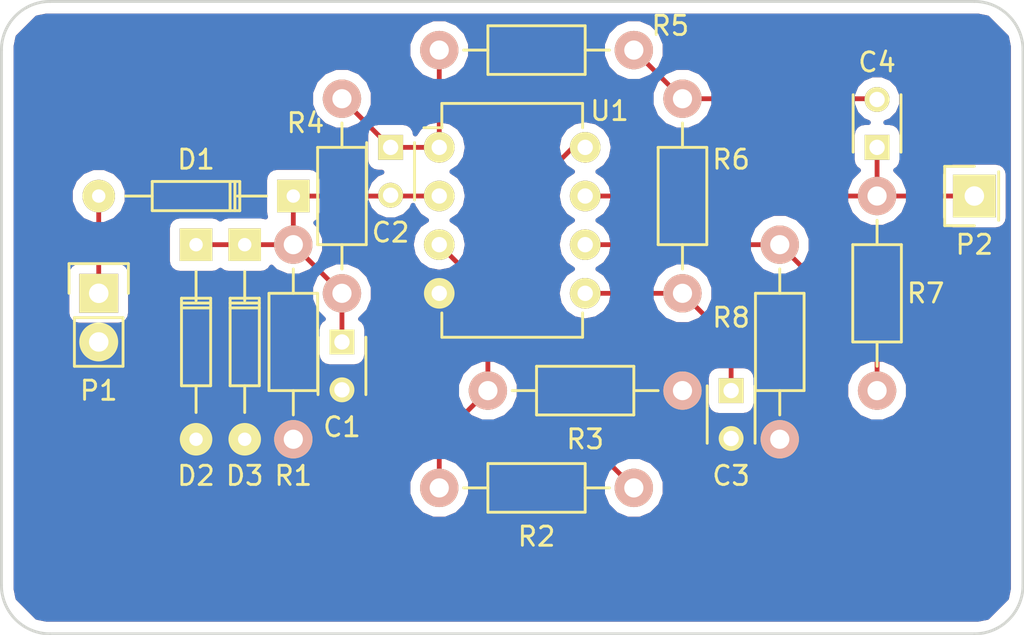
<source format=kicad_pcb>
(kicad_pcb (version 4) (host pcbnew 4.0.1-stable)

  (general
    (links 31)
    (no_connects 0)
    (area 76.124999 63.424999 129.615001 96.595001)
    (thickness 1.6)
    (drawings 8)
    (tracks 35)
    (zones 0)
    (modules 18)
    (nets 11)
  )

  (page A4)
  (layers
    (0 F.Cu signal)
    (31 B.Cu signal)
    (32 B.Adhes user hide)
    (33 F.Adhes user hide)
    (34 B.Paste user hide)
    (35 F.Paste user hide)
    (36 B.SilkS user hide)
    (37 F.SilkS user)
    (38 B.Mask user)
    (39 F.Mask user)
    (40 Dwgs.User user hide)
    (41 Cmts.User user hide)
    (42 Eco1.User user hide)
    (43 Eco2.User user hide)
    (44 Edge.Cuts user)
    (45 Margin user hide)
    (46 B.CrtYd user hide)
    (47 F.CrtYd user hide)
    (48 B.Fab user hide)
    (49 F.Fab user hide)
  )

  (setup
    (last_trace_width 0.25)
    (trace_clearance 0.2)
    (zone_clearance 0.508)
    (zone_45_only no)
    (trace_min 0.2)
    (segment_width 0.2)
    (edge_width 0.15)
    (via_size 0.6)
    (via_drill 0.4)
    (via_min_size 0.4)
    (via_min_drill 0.3)
    (uvia_size 0.3)
    (uvia_drill 0.1)
    (uvias_allowed no)
    (uvia_min_size 0.2)
    (uvia_min_drill 0.1)
    (pcb_text_width 0.3)
    (pcb_text_size 1.5 1.5)
    (mod_edge_width 0.15)
    (mod_text_size 1 1)
    (mod_text_width 0.15)
    (pad_size 1.524 1.524)
    (pad_drill 0.762)
    (pad_to_mask_clearance 0.2)
    (aux_axis_origin 0 0)
    (visible_elements FFFEFF7F)
    (pcbplotparams
      (layerselection 0x00030_80000001)
      (usegerberextensions false)
      (excludeedgelayer true)
      (linewidth 0.100000)
      (plotframeref false)
      (viasonmask false)
      (mode 1)
      (useauxorigin false)
      (hpglpennumber 1)
      (hpglpenspeed 20)
      (hpglpendiameter 15)
      (hpglpenoverlay 2)
      (psnegative false)
      (psa4output false)
      (plotreference true)
      (plotvalue true)
      (plotinvisibletext false)
      (padsonsilk false)
      (subtractmaskfromsilk false)
      (outputformat 1)
      (mirror false)
      (drillshape 1)
      (scaleselection 1)
      (outputdirectory ""))
  )

  (net 0 "")
  (net 1 "Net-(C1-Pad1)")
  (net 2 "Net-(C1-Pad2)")
  (net 3 "Net-(C2-Pad1)")
  (net 4 "Net-(C3-Pad1)")
  (net 5 "Net-(C4-Pad1)")
  (net 6 "Net-(C4-Pad2)")
  (net 7 "Net-(D1-Pad2)")
  (net 8 +3V3)
  (net 9 "Net-(R2-Pad2)")
  (net 10 "Net-(R7-Pad2)")

  (net_class Default "This is the default net class."
    (clearance 0.2)
    (trace_width 0.25)
    (via_dia 0.6)
    (via_drill 0.4)
    (uvia_dia 0.3)
    (uvia_drill 0.1)
    (add_net +3V3)
    (add_net "Net-(C1-Pad1)")
    (add_net "Net-(C1-Pad2)")
    (add_net "Net-(C2-Pad1)")
    (add_net "Net-(C3-Pad1)")
    (add_net "Net-(C4-Pad1)")
    (add_net "Net-(C4-Pad2)")
    (add_net "Net-(D1-Pad2)")
    (add_net "Net-(R2-Pad2)")
    (add_net "Net-(R7-Pad2)")
  )

  (module Capacitors_ThroughHole:C_Disc_D3_P2.5 (layer F.Cu) (tedit 568D99A5) (tstamp 568D8B6B)
    (at 93.98 81.28 270)
    (descr "Capacitor 3mm Disc, Pitch 2.5mm")
    (tags Capacitor)
    (path /568C5DEC)
    (fp_text reference C1 (at 4.445 0 360) (layer F.SilkS)
      (effects (font (size 1 1) (thickness 0.15)))
    )
    (fp_text value C (at 1.25 2.5 270) (layer F.Fab)
      (effects (font (size 1 1) (thickness 0.15)))
    )
    (fp_line (start -0.9 -1.5) (end 3.4 -1.5) (layer F.CrtYd) (width 0.05))
    (fp_line (start 3.4 -1.5) (end 3.4 1.5) (layer F.CrtYd) (width 0.05))
    (fp_line (start 3.4 1.5) (end -0.9 1.5) (layer F.CrtYd) (width 0.05))
    (fp_line (start -0.9 1.5) (end -0.9 -1.5) (layer F.CrtYd) (width 0.05))
    (fp_line (start -0.25 -1.25) (end 2.75 -1.25) (layer F.SilkS) (width 0.15))
    (fp_line (start 2.75 1.25) (end -0.25 1.25) (layer F.SilkS) (width 0.15))
    (pad 1 thru_hole rect (at 0 0 270) (size 1.3 1.3) (drill 0.8) (layers *.Cu *.Mask F.SilkS)
      (net 1 "Net-(C1-Pad1)"))
    (pad 2 thru_hole circle (at 2.5 0 270) (size 1.3 1.3) (drill 0.8001) (layers *.Cu *.Mask F.SilkS)
      (net 2 "Net-(C1-Pad2)"))
    (model Capacitors_ThroughHole.3dshapes/C_Disc_D3_P2.5.wrl
      (at (xyz 0.0492126 0 0))
      (scale (xyz 1 1 1))
      (rotate (xyz 0 0 0))
    )
  )

  (module Capacitors_ThroughHole:C_Disc_D3_P2.5 (layer F.Cu) (tedit 568D999E) (tstamp 568D8B71)
    (at 96.52 71.12 270)
    (descr "Capacitor 3mm Disc, Pitch 2.5mm")
    (tags Capacitor)
    (path /568C6095)
    (fp_text reference C2 (at 4.445 0 360) (layer F.SilkS)
      (effects (font (size 1 1) (thickness 0.15)))
    )
    (fp_text value C (at 1.25 2.5 270) (layer F.Fab)
      (effects (font (size 1 1) (thickness 0.15)))
    )
    (fp_line (start -0.9 -1.5) (end 3.4 -1.5) (layer F.CrtYd) (width 0.05))
    (fp_line (start 3.4 -1.5) (end 3.4 1.5) (layer F.CrtYd) (width 0.05))
    (fp_line (start 3.4 1.5) (end -0.9 1.5) (layer F.CrtYd) (width 0.05))
    (fp_line (start -0.9 1.5) (end -0.9 -1.5) (layer F.CrtYd) (width 0.05))
    (fp_line (start -0.25 -1.25) (end 2.75 -1.25) (layer F.SilkS) (width 0.15))
    (fp_line (start 2.75 1.25) (end -0.25 1.25) (layer F.SilkS) (width 0.15))
    (pad 1 thru_hole rect (at 0 0 270) (size 1.3 1.3) (drill 0.8) (layers *.Cu *.Mask F.SilkS)
      (net 3 "Net-(C2-Pad1)"))
    (pad 2 thru_hole circle (at 2.5 0 270) (size 1.3 1.3) (drill 0.8001) (layers *.Cu *.Mask F.SilkS)
      (net 1 "Net-(C1-Pad1)"))
    (model Capacitors_ThroughHole.3dshapes/C_Disc_D3_P2.5.wrl
      (at (xyz 0.0492126 0 0))
      (scale (xyz 1 1 1))
      (rotate (xyz 0 0 0))
    )
  )

  (module Capacitors_ThroughHole:C_Disc_D3_P2.5 (layer F.Cu) (tedit 568D9949) (tstamp 568D8B77)
    (at 114.3 83.82 270)
    (descr "Capacitor 3mm Disc, Pitch 2.5mm")
    (tags Capacitor)
    (path /568C636B)
    (fp_text reference C3 (at 4.445 0 360) (layer F.SilkS)
      (effects (font (size 1 1) (thickness 0.15)))
    )
    (fp_text value C (at 1.25 2.5 270) (layer F.Fab)
      (effects (font (size 1 1) (thickness 0.15)))
    )
    (fp_line (start -0.9 -1.5) (end 3.4 -1.5) (layer F.CrtYd) (width 0.05))
    (fp_line (start 3.4 -1.5) (end 3.4 1.5) (layer F.CrtYd) (width 0.05))
    (fp_line (start 3.4 1.5) (end -0.9 1.5) (layer F.CrtYd) (width 0.05))
    (fp_line (start -0.9 1.5) (end -0.9 -1.5) (layer F.CrtYd) (width 0.05))
    (fp_line (start -0.25 -1.25) (end 2.75 -1.25) (layer F.SilkS) (width 0.15))
    (fp_line (start 2.75 1.25) (end -0.25 1.25) (layer F.SilkS) (width 0.15))
    (pad 1 thru_hole rect (at 0 0 270) (size 1.3 1.3) (drill 0.8) (layers *.Cu *.Mask F.SilkS)
      (net 4 "Net-(C3-Pad1)"))
    (pad 2 thru_hole circle (at 2.5 0 270) (size 1.3 1.3) (drill 0.8001) (layers *.Cu *.Mask F.SilkS)
      (net 2 "Net-(C1-Pad2)"))
    (model Capacitors_ThroughHole.3dshapes/C_Disc_D3_P2.5.wrl
      (at (xyz 0.0492126 0 0))
      (scale (xyz 1 1 1))
      (rotate (xyz 0 0 0))
    )
  )

  (module Capacitors_ThroughHole:C_Disc_D3_P2.5 (layer F.Cu) (tedit 568D9968) (tstamp 568D8B7D)
    (at 121.92 71.12 90)
    (descr "Capacitor 3mm Disc, Pitch 2.5mm")
    (tags Capacitor)
    (path /568C63DD)
    (fp_text reference C4 (at 4.445 0 180) (layer F.SilkS)
      (effects (font (size 1 1) (thickness 0.15)))
    )
    (fp_text value C (at 1.25 2.5 180) (layer F.Fab)
      (effects (font (size 1 1) (thickness 0.15)))
    )
    (fp_line (start -0.9 -1.5) (end 3.4 -1.5) (layer F.CrtYd) (width 0.05))
    (fp_line (start 3.4 -1.5) (end 3.4 1.5) (layer F.CrtYd) (width 0.05))
    (fp_line (start 3.4 1.5) (end -0.9 1.5) (layer F.CrtYd) (width 0.05))
    (fp_line (start -0.9 1.5) (end -0.9 -1.5) (layer F.CrtYd) (width 0.05))
    (fp_line (start -0.25 -1.25) (end 2.75 -1.25) (layer F.SilkS) (width 0.15))
    (fp_line (start 2.75 1.25) (end -0.25 1.25) (layer F.SilkS) (width 0.15))
    (pad 1 thru_hole rect (at 0 0 90) (size 1.3 1.3) (drill 0.8) (layers *.Cu *.Mask F.SilkS)
      (net 5 "Net-(C4-Pad1)"))
    (pad 2 thru_hole circle (at 2.5 0 90) (size 1.3 1.3) (drill 0.8001) (layers *.Cu *.Mask F.SilkS)
      (net 6 "Net-(C4-Pad2)"))
    (model Capacitors_ThroughHole.3dshapes/C_Disc_D3_P2.5.wrl
      (at (xyz 0.0492126 0 0))
      (scale (xyz 1 1 1))
      (rotate (xyz 0 0 0))
    )
  )

  (module Diodes_ThroughHole:Diode_DO-35_SOD27_Horizontal_RM10 (layer F.Cu) (tedit 568D98FF) (tstamp 568D8B83)
    (at 91.44 73.66 180)
    (descr "Diode, DO-35,  SOD27, Horizontal, RM 10mm")
    (tags "Diode, DO-35, SOD27, Horizontal, RM 10mm, 1N4148,")
    (path /568C5CDB)
    (fp_text reference D1 (at 5.08 1.905 180) (layer F.SilkS)
      (effects (font (size 1 1) (thickness 0.15)))
    )
    (fp_text value D_Schottky (at 4.41452 -3.55854 180) (layer F.Fab)
      (effects (font (size 1 1) (thickness 0.15)))
    )
    (fp_line (start 7.36652 -0.00254) (end 8.76352 -0.00254) (layer F.SilkS) (width 0.15))
    (fp_line (start 2.92152 -0.00254) (end 1.39752 -0.00254) (layer F.SilkS) (width 0.15))
    (fp_line (start 3.30252 -0.76454) (end 3.30252 0.75946) (layer F.SilkS) (width 0.15))
    (fp_line (start 3.04852 -0.76454) (end 3.04852 0.75946) (layer F.SilkS) (width 0.15))
    (fp_line (start 2.79452 -0.00254) (end 2.79452 0.75946) (layer F.SilkS) (width 0.15))
    (fp_line (start 2.79452 0.75946) (end 7.36652 0.75946) (layer F.SilkS) (width 0.15))
    (fp_line (start 7.36652 0.75946) (end 7.36652 -0.76454) (layer F.SilkS) (width 0.15))
    (fp_line (start 7.36652 -0.76454) (end 2.79452 -0.76454) (layer F.SilkS) (width 0.15))
    (fp_line (start 2.79452 -0.76454) (end 2.79452 -0.00254) (layer F.SilkS) (width 0.15))
    (pad 2 thru_hole circle (at 10.16052 -0.00254) (size 1.69926 1.69926) (drill 0.70104) (layers *.Cu *.Mask F.SilkS)
      (net 7 "Net-(D1-Pad2)"))
    (pad 1 thru_hole rect (at 0.00052 -0.00254) (size 1.69926 1.69926) (drill 0.70104) (layers *.Cu *.Mask F.SilkS)
      (net 1 "Net-(C1-Pad1)"))
    (model Diodes_ThroughHole.3dshapes/Diode_DO-35_SOD27_Horizontal_RM10.wrl
      (at (xyz 0.2 0 0))
      (scale (xyz 0.4 0.4 0.4))
      (rotate (xyz 0 0 180))
    )
  )

  (module Diodes_ThroughHole:Diode_DO-35_SOD27_Horizontal_RM10 (layer F.Cu) (tedit 568D98E8) (tstamp 568D8B89)
    (at 86.36 76.2 270)
    (descr "Diode, DO-35,  SOD27, Horizontal, RM 10mm")
    (tags "Diode, DO-35, SOD27, Horizontal, RM 10mm, 1N4148,")
    (path /568C5D07)
    (fp_text reference D2 (at 12.065 0 360) (layer F.SilkS)
      (effects (font (size 1 1) (thickness 0.15)))
    )
    (fp_text value D_Schottky (at 4.41452 -3.55854 270) (layer F.Fab)
      (effects (font (size 1 1) (thickness 0.15)))
    )
    (fp_line (start 7.36652 -0.00254) (end 8.76352 -0.00254) (layer F.SilkS) (width 0.15))
    (fp_line (start 2.92152 -0.00254) (end 1.39752 -0.00254) (layer F.SilkS) (width 0.15))
    (fp_line (start 3.30252 -0.76454) (end 3.30252 0.75946) (layer F.SilkS) (width 0.15))
    (fp_line (start 3.04852 -0.76454) (end 3.04852 0.75946) (layer F.SilkS) (width 0.15))
    (fp_line (start 2.79452 -0.00254) (end 2.79452 0.75946) (layer F.SilkS) (width 0.15))
    (fp_line (start 2.79452 0.75946) (end 7.36652 0.75946) (layer F.SilkS) (width 0.15))
    (fp_line (start 7.36652 0.75946) (end 7.36652 -0.76454) (layer F.SilkS) (width 0.15))
    (fp_line (start 7.36652 -0.76454) (end 2.79452 -0.76454) (layer F.SilkS) (width 0.15))
    (fp_line (start 2.79452 -0.76454) (end 2.79452 -0.00254) (layer F.SilkS) (width 0.15))
    (pad 2 thru_hole circle (at 10.16052 -0.00254 90) (size 1.69926 1.69926) (drill 0.70104) (layers *.Cu *.Mask F.SilkS)
      (net 2 "Net-(C1-Pad2)"))
    (pad 1 thru_hole rect (at 0.00052 -0.00254 90) (size 1.69926 1.69926) (drill 0.70104) (layers *.Cu *.Mask F.SilkS)
      (net 1 "Net-(C1-Pad1)"))
    (model Diodes_ThroughHole.3dshapes/Diode_DO-35_SOD27_Horizontal_RM10.wrl
      (at (xyz 0.2 0 0))
      (scale (xyz 0.4 0.4 0.4))
      (rotate (xyz 0 0 180))
    )
  )

  (module Diodes_ThroughHole:Diode_DO-35_SOD27_Horizontal_RM10 (layer F.Cu) (tedit 568D98EF) (tstamp 568D8B8F)
    (at 88.9 76.2 270)
    (descr "Diode, DO-35,  SOD27, Horizontal, RM 10mm")
    (tags "Diode, DO-35, SOD27, Horizontal, RM 10mm, 1N4148,")
    (path /568C5D87)
    (fp_text reference D3 (at 12.065 0 360) (layer F.SilkS)
      (effects (font (size 1 1) (thickness 0.15)))
    )
    (fp_text value ZENER (at 4.41452 -3.55854 270) (layer F.Fab)
      (effects (font (size 1 1) (thickness 0.15)))
    )
    (fp_line (start 7.36652 -0.00254) (end 8.76352 -0.00254) (layer F.SilkS) (width 0.15))
    (fp_line (start 2.92152 -0.00254) (end 1.39752 -0.00254) (layer F.SilkS) (width 0.15))
    (fp_line (start 3.30252 -0.76454) (end 3.30252 0.75946) (layer F.SilkS) (width 0.15))
    (fp_line (start 3.04852 -0.76454) (end 3.04852 0.75946) (layer F.SilkS) (width 0.15))
    (fp_line (start 2.79452 -0.00254) (end 2.79452 0.75946) (layer F.SilkS) (width 0.15))
    (fp_line (start 2.79452 0.75946) (end 7.36652 0.75946) (layer F.SilkS) (width 0.15))
    (fp_line (start 7.36652 0.75946) (end 7.36652 -0.76454) (layer F.SilkS) (width 0.15))
    (fp_line (start 7.36652 -0.76454) (end 2.79452 -0.76454) (layer F.SilkS) (width 0.15))
    (fp_line (start 2.79452 -0.76454) (end 2.79452 -0.00254) (layer F.SilkS) (width 0.15))
    (pad 2 thru_hole circle (at 10.16052 -0.00254 90) (size 1.69926 1.69926) (drill 0.70104) (layers *.Cu *.Mask F.SilkS)
      (net 2 "Net-(C1-Pad2)"))
    (pad 1 thru_hole rect (at 0.00052 -0.00254 90) (size 1.69926 1.69926) (drill 0.70104) (layers *.Cu *.Mask F.SilkS)
      (net 1 "Net-(C1-Pad1)"))
    (model Diodes_ThroughHole.3dshapes/Diode_DO-35_SOD27_Horizontal_RM10.wrl
      (at (xyz 0.2 0 0))
      (scale (xyz 0.4 0.4 0.4))
      (rotate (xyz 0 0 180))
    )
  )

  (module Socket_Strips:Socket_Strip_Straight_1x02 (layer F.Cu) (tedit 568D99B3) (tstamp 568D8B95)
    (at 81.28 78.74 270)
    (descr "Through hole socket strip")
    (tags "socket strip")
    (path /568C5C48)
    (fp_text reference P1 (at 5.08 0 360) (layer F.SilkS)
      (effects (font (size 1 1) (thickness 0.15)))
    )
    (fp_text value CONN_01X02 (at 0.635 3.175 270) (layer F.Fab)
      (effects (font (size 1 1) (thickness 0.15)))
    )
    (fp_line (start -1.55 1.55) (end 0 1.55) (layer F.SilkS) (width 0.15))
    (fp_line (start 3.81 1.27) (end 1.27 1.27) (layer F.SilkS) (width 0.15))
    (fp_line (start -1.75 -1.75) (end -1.75 1.75) (layer F.CrtYd) (width 0.05))
    (fp_line (start 4.3 -1.75) (end 4.3 1.75) (layer F.CrtYd) (width 0.05))
    (fp_line (start -1.75 -1.75) (end 4.3 -1.75) (layer F.CrtYd) (width 0.05))
    (fp_line (start -1.75 1.75) (end 4.3 1.75) (layer F.CrtYd) (width 0.05))
    (fp_line (start 1.27 1.27) (end 1.27 -1.27) (layer F.SilkS) (width 0.15))
    (fp_line (start 0 -1.55) (end -1.55 -1.55) (layer F.SilkS) (width 0.15))
    (fp_line (start -1.55 -1.55) (end -1.55 1.55) (layer F.SilkS) (width 0.15))
    (fp_line (start 1.27 -1.27) (end 3.81 -1.27) (layer F.SilkS) (width 0.15))
    (fp_line (start 3.81 -1.27) (end 3.81 1.27) (layer F.SilkS) (width 0.15))
    (pad 1 thru_hole rect (at 0 0 270) (size 2.032 2.032) (drill 1.016) (layers *.Cu *.Mask F.SilkS)
      (net 7 "Net-(D1-Pad2)"))
    (pad 2 thru_hole oval (at 2.54 0 270) (size 2.032 2.032) (drill 1.016) (layers *.Cu *.Mask F.SilkS)
      (net 2 "Net-(C1-Pad2)"))
    (model Socket_Strips.3dshapes/Socket_Strip_Straight_1x02.wrl
      (at (xyz 0.05 0 0))
      (scale (xyz 1 1 1))
      (rotate (xyz 0 0 180))
    )
  )

  (module Socket_Strips:Socket_Strip_Straight_1x01 (layer F.Cu) (tedit 568D9B85) (tstamp 568D8B9A)
    (at 127 73.66)
    (descr "Through hole socket strip")
    (tags "socket strip")
    (path /568C684C)
    (fp_text reference P2 (at 0 2.54) (layer F.SilkS)
      (effects (font (size 1 1) (thickness 0.15)))
    )
    (fp_text value CONN_01X01 (at 2.54 -2.54) (layer F.Fab)
      (effects (font (size 1 1) (thickness 0.15)))
    )
    (fp_line (start -1.75 -1.75) (end -1.75 1.75) (layer F.CrtYd) (width 0.05))
    (fp_line (start 1.75 -1.75) (end 1.75 1.75) (layer F.CrtYd) (width 0.05))
    (fp_line (start -1.75 -1.75) (end 1.75 -1.75) (layer F.CrtYd) (width 0.05))
    (fp_line (start -1.75 1.75) (end 1.75 1.75) (layer F.CrtYd) (width 0.05))
    (fp_line (start 1.27 1.27) (end 1.27 -1.27) (layer F.SilkS) (width 0.15))
    (fp_line (start -1.55 -1.55) (end 0 -1.55) (layer F.SilkS) (width 0.15))
    (fp_line (start -1.55 -1.55) (end -1.55 1.55) (layer F.SilkS) (width 0.15))
    (fp_line (start -1.55 1.55) (end 0 1.55) (layer F.SilkS) (width 0.15))
    (pad 1 thru_hole rect (at 0 0) (size 2.2352 2.2352) (drill 1.016) (layers *.Cu *.Mask F.SilkS)
      (net 5 "Net-(C4-Pad1)"))
    (model Socket_Strips.3dshapes/Socket_Strip_Straight_1x01.wrl
      (at (xyz 0 0 0))
      (scale (xyz 1 1 1))
      (rotate (xyz 0 0 180))
    )
  )

  (module Resistors_ThroughHole:Resistor_Horizontal_RM10mm (layer F.Cu) (tedit 568D98F7) (tstamp 568D8BA0)
    (at 91.44 81.28 270)
    (descr "Resistor, Axial,  RM 10mm, 1/3W,")
    (tags "Resistor, Axial, RM 10mm, 1/3W,")
    (path /568C5DC6)
    (fp_text reference R1 (at 6.985 0 360) (layer F.SilkS)
      (effects (font (size 1 1) (thickness 0.15)))
    )
    (fp_text value R (at 3.81 3.81 270) (layer F.Fab)
      (effects (font (size 1 1) (thickness 0.15)))
    )
    (fp_line (start -2.54 -1.27) (end 2.54 -1.27) (layer F.SilkS) (width 0.15))
    (fp_line (start 2.54 -1.27) (end 2.54 1.27) (layer F.SilkS) (width 0.15))
    (fp_line (start 2.54 1.27) (end -2.54 1.27) (layer F.SilkS) (width 0.15))
    (fp_line (start -2.54 1.27) (end -2.54 -1.27) (layer F.SilkS) (width 0.15))
    (fp_line (start -2.54 0) (end -3.81 0) (layer F.SilkS) (width 0.15))
    (fp_line (start 2.54 0) (end 3.81 0) (layer F.SilkS) (width 0.15))
    (pad 1 thru_hole circle (at -5.08 0 270) (size 1.99898 1.99898) (drill 1.00076) (layers *.Cu *.SilkS *.Mask)
      (net 1 "Net-(C1-Pad1)"))
    (pad 2 thru_hole circle (at 5.08 0 270) (size 1.99898 1.99898) (drill 1.00076) (layers *.Cu *.SilkS *.Mask)
      (net 2 "Net-(C1-Pad2)"))
    (model Resistors_ThroughHole.3dshapes/Resistor_Horizontal_RM10mm.wrl
      (at (xyz 0 0 0))
      (scale (xyz 0.4 0.4 0.4))
      (rotate (xyz 0 0 0))
    )
  )

  (module Resistors_ThroughHole:Resistor_Horizontal_RM10mm (layer F.Cu) (tedit 568D9935) (tstamp 568D8BA6)
    (at 104.14 88.9 180)
    (descr "Resistor, Axial,  RM 10mm, 1/3W,")
    (tags "Resistor, Axial, RM 10mm, 1/3W,")
    (path /568C5F51)
    (fp_text reference R2 (at 0 -2.54 180) (layer F.SilkS)
      (effects (font (size 1 1) (thickness 0.15)))
    )
    (fp_text value R (at 3.81 3.81 180) (layer F.Fab)
      (effects (font (size 1 1) (thickness 0.15)))
    )
    (fp_line (start -2.54 -1.27) (end 2.54 -1.27) (layer F.SilkS) (width 0.15))
    (fp_line (start 2.54 -1.27) (end 2.54 1.27) (layer F.SilkS) (width 0.15))
    (fp_line (start 2.54 1.27) (end -2.54 1.27) (layer F.SilkS) (width 0.15))
    (fp_line (start -2.54 1.27) (end -2.54 -1.27) (layer F.SilkS) (width 0.15))
    (fp_line (start -2.54 0) (end -3.81 0) (layer F.SilkS) (width 0.15))
    (fp_line (start 2.54 0) (end 3.81 0) (layer F.SilkS) (width 0.15))
    (pad 1 thru_hole circle (at -5.08 0 180) (size 1.99898 1.99898) (drill 1.00076) (layers *.Cu *.SilkS *.Mask)
      (net 8 +3V3))
    (pad 2 thru_hole circle (at 5.08 0 180) (size 1.99898 1.99898) (drill 1.00076) (layers *.Cu *.SilkS *.Mask)
      (net 9 "Net-(R2-Pad2)"))
    (model Resistors_ThroughHole.3dshapes/Resistor_Horizontal_RM10mm.wrl
      (at (xyz 0 0 0))
      (scale (xyz 0.4 0.4 0.4))
      (rotate (xyz 0 0 0))
    )
  )

  (module Resistors_ThroughHole:Resistor_Horizontal_RM10mm (layer F.Cu) (tedit 568D993C) (tstamp 568D8BAC)
    (at 106.68 83.82)
    (descr "Resistor, Axial,  RM 10mm, 1/3W,")
    (tags "Resistor, Axial, RM 10mm, 1/3W,")
    (path /568C5EF6)
    (fp_text reference R3 (at 0 2.54) (layer F.SilkS)
      (effects (font (size 1 1) (thickness 0.15)))
    )
    (fp_text value R (at 3.81 3.81) (layer F.Fab)
      (effects (font (size 1 1) (thickness 0.15)))
    )
    (fp_line (start -2.54 -1.27) (end 2.54 -1.27) (layer F.SilkS) (width 0.15))
    (fp_line (start 2.54 -1.27) (end 2.54 1.27) (layer F.SilkS) (width 0.15))
    (fp_line (start 2.54 1.27) (end -2.54 1.27) (layer F.SilkS) (width 0.15))
    (fp_line (start -2.54 1.27) (end -2.54 -1.27) (layer F.SilkS) (width 0.15))
    (fp_line (start -2.54 0) (end -3.81 0) (layer F.SilkS) (width 0.15))
    (fp_line (start 2.54 0) (end 3.81 0) (layer F.SilkS) (width 0.15))
    (pad 1 thru_hole circle (at -5.08 0) (size 1.99898 1.99898) (drill 1.00076) (layers *.Cu *.SilkS *.Mask)
      (net 9 "Net-(R2-Pad2)"))
    (pad 2 thru_hole circle (at 5.08 0) (size 1.99898 1.99898) (drill 1.00076) (layers *.Cu *.SilkS *.Mask)
      (net 2 "Net-(C1-Pad2)"))
    (model Resistors_ThroughHole.3dshapes/Resistor_Horizontal_RM10mm.wrl
      (at (xyz 0 0 0))
      (scale (xyz 0.4 0.4 0.4))
      (rotate (xyz 0 0 0))
    )
  )

  (module Resistors_ThroughHole:Resistor_Horizontal_RM10mm (layer F.Cu) (tedit 568D9991) (tstamp 568D8BB2)
    (at 93.98 73.66 270)
    (descr "Resistor, Axial,  RM 10mm, 1/3W,")
    (tags "Resistor, Axial, RM 10mm, 1/3W,")
    (path /568C6045)
    (fp_text reference R4 (at -3.81 1.905 360) (layer F.SilkS)
      (effects (font (size 1 1) (thickness 0.15)))
    )
    (fp_text value R (at 3.81 3.81 270) (layer F.Fab)
      (effects (font (size 1 1) (thickness 0.15)))
    )
    (fp_line (start -2.54 -1.27) (end 2.54 -1.27) (layer F.SilkS) (width 0.15))
    (fp_line (start 2.54 -1.27) (end 2.54 1.27) (layer F.SilkS) (width 0.15))
    (fp_line (start 2.54 1.27) (end -2.54 1.27) (layer F.SilkS) (width 0.15))
    (fp_line (start -2.54 1.27) (end -2.54 -1.27) (layer F.SilkS) (width 0.15))
    (fp_line (start -2.54 0) (end -3.81 0) (layer F.SilkS) (width 0.15))
    (fp_line (start 2.54 0) (end 3.81 0) (layer F.SilkS) (width 0.15))
    (pad 1 thru_hole circle (at -5.08 0 270) (size 1.99898 1.99898) (drill 1.00076) (layers *.Cu *.SilkS *.Mask)
      (net 3 "Net-(C2-Pad1)"))
    (pad 2 thru_hole circle (at 5.08 0 270) (size 1.99898 1.99898) (drill 1.00076) (layers *.Cu *.SilkS *.Mask)
      (net 1 "Net-(C1-Pad1)"))
    (model Resistors_ThroughHole.3dshapes/Resistor_Horizontal_RM10mm.wrl
      (at (xyz 0 0 0))
      (scale (xyz 0.4 0.4 0.4))
      (rotate (xyz 0 0 0))
    )
  )

  (module Resistors_ThroughHole:Resistor_Horizontal_RM10mm (layer F.Cu) (tedit 568D9983) (tstamp 568D8BB8)
    (at 104.14 66.04 180)
    (descr "Resistor, Axial,  RM 10mm, 1/3W,")
    (tags "Resistor, Axial, RM 10mm, 1/3W,")
    (path /568C62F0)
    (fp_text reference R5 (at -6.985 1.27 180) (layer F.SilkS)
      (effects (font (size 1 1) (thickness 0.15)))
    )
    (fp_text value R (at 3.81 3.81 180) (layer F.Fab)
      (effects (font (size 1 1) (thickness 0.15)))
    )
    (fp_line (start -2.54 -1.27) (end 2.54 -1.27) (layer F.SilkS) (width 0.15))
    (fp_line (start 2.54 -1.27) (end 2.54 1.27) (layer F.SilkS) (width 0.15))
    (fp_line (start 2.54 1.27) (end -2.54 1.27) (layer F.SilkS) (width 0.15))
    (fp_line (start -2.54 1.27) (end -2.54 -1.27) (layer F.SilkS) (width 0.15))
    (fp_line (start -2.54 0) (end -3.81 0) (layer F.SilkS) (width 0.15))
    (fp_line (start 2.54 0) (end 3.81 0) (layer F.SilkS) (width 0.15))
    (pad 1 thru_hole circle (at -5.08 0 180) (size 1.99898 1.99898) (drill 1.00076) (layers *.Cu *.SilkS *.Mask)
      (net 6 "Net-(C4-Pad2)"))
    (pad 2 thru_hole circle (at 5.08 0 180) (size 1.99898 1.99898) (drill 1.00076) (layers *.Cu *.SilkS *.Mask)
      (net 3 "Net-(C2-Pad1)"))
    (model Resistors_ThroughHole.3dshapes/Resistor_Horizontal_RM10mm.wrl
      (at (xyz 0 0 0))
      (scale (xyz 0.4 0.4 0.4))
      (rotate (xyz 0 0 0))
    )
  )

  (module Resistors_ThroughHole:Resistor_Horizontal_RM10mm (layer F.Cu) (tedit 568D99B7) (tstamp 568D8BBE)
    (at 111.76 73.66 90)
    (descr "Resistor, Axial,  RM 10mm, 1/3W,")
    (tags "Resistor, Axial, RM 10mm, 1/3W,")
    (path /568C632D)
    (fp_text reference R6 (at 1.905 2.54 180) (layer F.SilkS)
      (effects (font (size 1 1) (thickness 0.15)))
    )
    (fp_text value R (at 3.81 3.81 90) (layer F.Fab)
      (effects (font (size 1 1) (thickness 0.15)))
    )
    (fp_line (start -2.54 -1.27) (end 2.54 -1.27) (layer F.SilkS) (width 0.15))
    (fp_line (start 2.54 -1.27) (end 2.54 1.27) (layer F.SilkS) (width 0.15))
    (fp_line (start 2.54 1.27) (end -2.54 1.27) (layer F.SilkS) (width 0.15))
    (fp_line (start -2.54 1.27) (end -2.54 -1.27) (layer F.SilkS) (width 0.15))
    (fp_line (start -2.54 0) (end -3.81 0) (layer F.SilkS) (width 0.15))
    (fp_line (start 2.54 0) (end 3.81 0) (layer F.SilkS) (width 0.15))
    (pad 1 thru_hole circle (at -5.08 0 90) (size 1.99898 1.99898) (drill 1.00076) (layers *.Cu *.SilkS *.Mask)
      (net 4 "Net-(C3-Pad1)"))
    (pad 2 thru_hole circle (at 5.08 0 90) (size 1.99898 1.99898) (drill 1.00076) (layers *.Cu *.SilkS *.Mask)
      (net 6 "Net-(C4-Pad2)"))
    (model Resistors_ThroughHole.3dshapes/Resistor_Horizontal_RM10mm.wrl
      (at (xyz 0 0 0))
      (scale (xyz 0.4 0.4 0.4))
      (rotate (xyz 0 0 0))
    )
  )

  (module Resistors_ThroughHole:Resistor_Horizontal_RM10mm (layer F.Cu) (tedit 568D99BA) (tstamp 568D8BC4)
    (at 121.92 78.74 270)
    (descr "Resistor, Axial,  RM 10mm, 1/3W,")
    (tags "Resistor, Axial, RM 10mm, 1/3W,")
    (path /568C642B)
    (fp_text reference R7 (at 0 -2.54 360) (layer F.SilkS)
      (effects (font (size 1 1) (thickness 0.15)))
    )
    (fp_text value R (at 3.81 3.81 270) (layer F.Fab)
      (effects (font (size 1 1) (thickness 0.15)))
    )
    (fp_line (start -2.54 -1.27) (end 2.54 -1.27) (layer F.SilkS) (width 0.15))
    (fp_line (start 2.54 -1.27) (end 2.54 1.27) (layer F.SilkS) (width 0.15))
    (fp_line (start 2.54 1.27) (end -2.54 1.27) (layer F.SilkS) (width 0.15))
    (fp_line (start -2.54 1.27) (end -2.54 -1.27) (layer F.SilkS) (width 0.15))
    (fp_line (start -2.54 0) (end -3.81 0) (layer F.SilkS) (width 0.15))
    (fp_line (start 2.54 0) (end 3.81 0) (layer F.SilkS) (width 0.15))
    (pad 1 thru_hole circle (at -5.08 0 270) (size 1.99898 1.99898) (drill 1.00076) (layers *.Cu *.SilkS *.Mask)
      (net 5 "Net-(C4-Pad1)"))
    (pad 2 thru_hole circle (at 5.08 0 270) (size 1.99898 1.99898) (drill 1.00076) (layers *.Cu *.SilkS *.Mask)
      (net 10 "Net-(R7-Pad2)"))
    (model Resistors_ThroughHole.3dshapes/Resistor_Horizontal_RM10mm.wrl
      (at (xyz 0 0 0))
      (scale (xyz 0.4 0.4 0.4))
      (rotate (xyz 0 0 0))
    )
  )

  (module Resistors_ThroughHole:Resistor_Horizontal_RM10mm (layer F.Cu) (tedit 568D99BB) (tstamp 568D8BCA)
    (at 116.84 81.28 270)
    (descr "Resistor, Axial,  RM 10mm, 1/3W,")
    (tags "Resistor, Axial, RM 10mm, 1/3W,")
    (path /568C64AA)
    (fp_text reference R8 (at -1.27 2.54 360) (layer F.SilkS)
      (effects (font (size 1 1) (thickness 0.15)))
    )
    (fp_text value R (at 3.81 3.81 270) (layer F.Fab)
      (effects (font (size 1 1) (thickness 0.15)))
    )
    (fp_line (start -2.54 -1.27) (end 2.54 -1.27) (layer F.SilkS) (width 0.15))
    (fp_line (start 2.54 -1.27) (end 2.54 1.27) (layer F.SilkS) (width 0.15))
    (fp_line (start 2.54 1.27) (end -2.54 1.27) (layer F.SilkS) (width 0.15))
    (fp_line (start -2.54 1.27) (end -2.54 -1.27) (layer F.SilkS) (width 0.15))
    (fp_line (start -2.54 0) (end -3.81 0) (layer F.SilkS) (width 0.15))
    (fp_line (start 2.54 0) (end 3.81 0) (layer F.SilkS) (width 0.15))
    (pad 1 thru_hole circle (at -5.08 0 270) (size 1.99898 1.99898) (drill 1.00076) (layers *.Cu *.SilkS *.Mask)
      (net 10 "Net-(R7-Pad2)"))
    (pad 2 thru_hole circle (at 5.08 0 270) (size 1.99898 1.99898) (drill 1.00076) (layers *.Cu *.SilkS *.Mask)
      (net 2 "Net-(C1-Pad2)"))
    (model Resistors_ThroughHole.3dshapes/Resistor_Horizontal_RM10mm.wrl
      (at (xyz 0 0 0))
      (scale (xyz 0.4 0.4 0.4))
      (rotate (xyz 0 0 0))
    )
  )

  (module Housings_DIP:DIP-8_W7.62mm (layer F.Cu) (tedit 568D996E) (tstamp 568D8BD6)
    (at 99.06 71.12)
    (descr "8-lead dip package, row spacing 7.62 mm (300 mils)")
    (tags "dil dip 2.54 300")
    (path /568C5FE8)
    (fp_text reference U1 (at 8.89 -1.905) (layer F.SilkS)
      (effects (font (size 1 1) (thickness 0.15)))
    )
    (fp_text value LM358 (at 0 -3.72) (layer F.Fab)
      (effects (font (size 1 1) (thickness 0.15)))
    )
    (fp_line (start -1.05 -2.45) (end -1.05 10.1) (layer F.CrtYd) (width 0.05))
    (fp_line (start 8.65 -2.45) (end 8.65 10.1) (layer F.CrtYd) (width 0.05))
    (fp_line (start -1.05 -2.45) (end 8.65 -2.45) (layer F.CrtYd) (width 0.05))
    (fp_line (start -1.05 10.1) (end 8.65 10.1) (layer F.CrtYd) (width 0.05))
    (fp_line (start 0.135 -2.295) (end 0.135 -1.025) (layer F.SilkS) (width 0.15))
    (fp_line (start 7.485 -2.295) (end 7.485 -1.025) (layer F.SilkS) (width 0.15))
    (fp_line (start 7.485 9.915) (end 7.485 8.645) (layer F.SilkS) (width 0.15))
    (fp_line (start 0.135 9.915) (end 0.135 8.645) (layer F.SilkS) (width 0.15))
    (fp_line (start 0.135 -2.295) (end 7.485 -2.295) (layer F.SilkS) (width 0.15))
    (fp_line (start 0.135 9.915) (end 7.485 9.915) (layer F.SilkS) (width 0.15))
    (fp_line (start 0.135 -1.025) (end -0.8 -1.025) (layer F.SilkS) (width 0.15))
    (pad 1 thru_hole oval (at 0 0) (size 1.6 1.6) (drill 0.8) (layers *.Cu *.Mask F.SilkS)
      (net 3 "Net-(C2-Pad1)"))
    (pad 2 thru_hole oval (at 0 2.54) (size 1.6 1.6) (drill 0.8) (layers *.Cu *.Mask F.SilkS)
      (net 1 "Net-(C1-Pad1)"))
    (pad 3 thru_hole oval (at 0 5.08) (size 1.6 1.6) (drill 0.8) (layers *.Cu *.Mask F.SilkS)
      (net 9 "Net-(R2-Pad2)"))
    (pad 4 thru_hole oval (at 0 7.62) (size 1.6 1.6) (drill 0.8) (layers *.Cu *.Mask F.SilkS)
      (net 2 "Net-(C1-Pad2)"))
    (pad 5 thru_hole oval (at 7.62 7.62) (size 1.6 1.6) (drill 0.8) (layers *.Cu *.Mask F.SilkS)
      (net 4 "Net-(C3-Pad1)"))
    (pad 6 thru_hole oval (at 7.62 5.08) (size 1.6 1.6) (drill 0.8) (layers *.Cu *.Mask F.SilkS)
      (net 10 "Net-(R7-Pad2)"))
    (pad 7 thru_hole oval (at 7.62 2.54) (size 1.6 1.6) (drill 0.8) (layers *.Cu *.Mask F.SilkS)
      (net 5 "Net-(C4-Pad1)"))
    (pad 8 thru_hole oval (at 7.62 0) (size 1.6 1.6) (drill 0.8) (layers *.Cu *.Mask F.SilkS)
      (net 8 +3V3))
    (model Housings_DIP.3dshapes/DIP-8_W7.62mm.wrl
      (at (xyz 0 0 0))
      (scale (xyz 1 1 1))
      (rotate (xyz 0 0 0))
    )
  )

  (gr_line (start 127 96.52) (end 78.74 96.52) (angle 90) (layer Edge.Cuts) (width 0.15))
  (gr_line (start 78.74 63.5) (end 127 63.5) (angle 90) (layer Edge.Cuts) (width 0.15))
  (gr_line (start 76.2 93.98) (end 76.2 66.04) (angle 90) (layer Edge.Cuts) (width 0.15))
  (gr_line (start 129.54 66.04) (end 129.54 93.98) (angle 90) (layer Edge.Cuts) (width 0.15))
  (gr_arc (start 78.74 66.04) (end 76.2 66.04) (angle 90) (layer Edge.Cuts) (width 0.15))
  (gr_arc (start 78.74 93.98) (end 78.74 96.52) (angle 90) (layer Edge.Cuts) (width 0.15))
  (gr_arc (start 127 93.98) (end 129.54 93.98) (angle 90) (layer Edge.Cuts) (width 0.15))
  (gr_arc (start 127 66.04) (end 127 63.5) (angle 90) (layer Edge.Cuts) (width 0.15))

  (segment (start 91.43948 73.66254) (end 96.47746 73.66254) (width 0.25) (layer F.Cu) (net 1) (status C00000))
  (segment (start 96.47746 73.66254) (end 96.48 73.66) (width 0.25) (layer F.Cu) (net 1) (tstamp 568D9D3D) (status C00000))
  (segment (start 96.48 73.66) (end 99.06 73.66) (width 0.25) (layer F.Cu) (net 1) (tstamp 568D9D3F) (status C00000))
  (segment (start 93.98 81.28) (end 93.98 78.74) (width 0.25) (layer F.Cu) (net 1) (status C00000))
  (segment (start 91.44 76.2) (end 93.98 78.74) (width 0.25) (layer F.Cu) (net 1) (status C00000))
  (segment (start 86.36254 76.20052) (end 88.90254 76.20052) (width 0.25) (layer F.Cu) (net 1) (status C00000))
  (segment (start 88.90254 76.20052) (end 88.90306 76.2) (width 0.25) (layer F.Cu) (net 1) (tstamp 568D9D1A) (status C00000))
  (segment (start 88.90306 76.2) (end 91.44 76.2) (width 0.25) (layer F.Cu) (net 1) (tstamp 568D9D1C) (status C00000))
  (segment (start 91.44 76.2) (end 91.43948 76.19948) (width 0.25) (layer F.Cu) (net 1) (tstamp 568D9D1E) (status C00000))
  (segment (start 91.43948 76.19948) (end 91.43948 73.66254) (width 0.25) (layer F.Cu) (net 1) (tstamp 568D9D21) (status C00000))
  (segment (start 93.98 68.58) (end 96.52 71.12) (width 0.25) (layer F.Cu) (net 3) (status C00000))
  (segment (start 96.52 71.12) (end 99.06 71.12) (width 0.25) (layer F.Cu) (net 3) (tstamp 568D9D48) (status C00000))
  (segment (start 99.06 71.12) (end 99.06 66.04) (width 0.25) (layer F.Cu) (net 3) (tstamp 568D9D49) (status C00000))
  (segment (start 106.68 78.74) (end 111.76 78.74) (width 0.25) (layer F.Cu) (net 4) (status C00000))
  (segment (start 111.76 78.74) (end 114.3 81.28) (width 0.25) (layer F.Cu) (net 4) (tstamp 568D9D9B) (status 400000))
  (segment (start 114.3 81.28) (end 114.3 83.82) (width 0.25) (layer F.Cu) (net 4) (tstamp 568D9D9C) (status 800000))
  (segment (start 121.92 71.12) (end 121.92 73.66) (width 0.25) (layer F.Cu) (net 5) (status C00000))
  (segment (start 106.68 73.66) (end 121.92 73.66) (width 0.25) (layer F.Cu) (net 5) (status C00000))
  (segment (start 121.92 73.66) (end 127 73.66) (width 0.25) (layer F.Cu) (net 5) (tstamp 568D9D80) (status C00000))
  (segment (start 109.22 66.04) (end 111.76 68.58) (width 0.25) (layer F.Cu) (net 6) (status C00000))
  (segment (start 111.76 68.58) (end 121.88 68.58) (width 0.25) (layer F.Cu) (net 6) (tstamp 568D9D8A) (status C00000))
  (segment (start 121.88 68.58) (end 121.92 68.62) (width 0.25) (layer F.Cu) (net 6) (tstamp 568D9D8C) (status C00000))
  (segment (start 81.28 78.74) (end 81.28 73.66306) (width 0.25) (layer F.Cu) (net 7) (status C00000))
  (segment (start 81.28 73.66306) (end 81.27948 73.66254) (width 0.25) (layer F.Cu) (net 7) (tstamp 568D9D0E) (status C00000))
  (segment (start 106.68 71.12) (end 106.045 71.12) (width 0.25) (layer F.Cu) (net 8) (status C00000))
  (segment (start 106.045 71.12) (end 104.14 73.025) (width 0.25) (layer F.Cu) (net 8) (tstamp 568D9D66) (status 400000))
  (segment (start 104.14 73.025) (end 104.14 83.82) (width 0.25) (layer F.Cu) (net 8) (tstamp 568D9D6A))
  (segment (start 104.14 83.82) (end 109.22 88.9) (width 0.25) (layer F.Cu) (net 8) (tstamp 568D9D78) (status 800000))
  (segment (start 99.06 88.9) (end 99.06 86.36) (width 0.25) (layer F.Cu) (net 9) (status 400000))
  (segment (start 99.06 86.36) (end 101.6 83.82) (width 0.25) (layer F.Cu) (net 9) (tstamp 568D9D53) (status 800000))
  (segment (start 101.6 83.82) (end 101.6 78.74) (width 0.25) (layer F.Cu) (net 9) (tstamp 568D9D56) (status 400000))
  (segment (start 101.6 78.74) (end 99.06 76.2) (width 0.25) (layer F.Cu) (net 9) (tstamp 568D9D5E) (status 800000))
  (segment (start 106.68 76.2) (end 116.84 76.2) (width 0.25) (layer F.Cu) (net 10) (status C00000))
  (segment (start 116.84 76.2) (end 121.92 81.28) (width 0.25) (layer F.Cu) (net 10) (tstamp 568D9D94) (status 400000))
  (segment (start 121.92 81.28) (end 121.92 83.82) (width 0.25) (layer F.Cu) (net 10) (tstamp 568D9D95) (status 800000))

  (zone (net 2) (net_name "Net-(C1-Pad2)") (layer F.Cu) (tstamp 568D9B91) (hatch edge 0.508)
    (connect_pads yes (clearance 0.508))
    (min_thickness 0.254)
    (fill yes (arc_segments 16) (thermal_gap 0.508) (thermal_bridge_width 0.508))
    (polygon
      (pts
        (xy 128.905 65.405) (xy 128.905 94.615) (xy 127.635 95.885) (xy 78.105 95.885) (xy 76.835 94.615)
        (xy 76.835 65.405) (xy 78.105 64.135) (xy 127.635 64.135) (xy 128.905 65.405)
      )
    )
    (filled_polygon
      (pts
        (xy 127.679456 64.359062) (xy 128.680938 65.360544) (xy 128.778 65.848509) (xy 128.778 94.171491) (xy 128.680938 94.659456)
        (xy 127.679456 95.660938) (xy 127.191491 95.758) (xy 78.548509 95.758) (xy 78.060544 95.660938) (xy 77.059062 94.659456)
        (xy 76.962 94.171491) (xy 76.962 89.223694) (xy 97.425226 89.223694) (xy 97.673538 89.824655) (xy 98.132927 90.284846)
        (xy 98.733453 90.534206) (xy 99.383694 90.534774) (xy 99.984655 90.286462) (xy 100.444846 89.827073) (xy 100.694206 89.226547)
        (xy 100.694208 89.223694) (xy 107.585226 89.223694) (xy 107.833538 89.824655) (xy 108.292927 90.284846) (xy 108.893453 90.534206)
        (xy 109.543694 90.534774) (xy 110.144655 90.286462) (xy 110.604846 89.827073) (xy 110.854206 89.226547) (xy 110.854774 88.576306)
        (xy 110.606462 87.975345) (xy 110.147073 87.515154) (xy 109.546547 87.265794) (xy 108.896306 87.265226) (xy 108.295345 87.513538)
        (xy 107.835154 87.972927) (xy 107.585794 88.573453) (xy 107.585226 89.223694) (xy 100.694208 89.223694) (xy 100.694774 88.576306)
        (xy 100.446462 87.975345) (xy 99.987073 87.515154) (xy 99.386547 87.265794) (xy 98.736306 87.265226) (xy 98.135345 87.513538)
        (xy 97.675154 87.972927) (xy 97.425794 88.573453) (xy 97.425226 89.223694) (xy 76.962 89.223694) (xy 76.962 84.143694)
        (xy 99.965226 84.143694) (xy 100.213538 84.744655) (xy 100.672927 85.204846) (xy 101.273453 85.454206) (xy 101.923694 85.454774)
        (xy 102.524655 85.206462) (xy 102.984846 84.747073) (xy 103.234206 84.146547) (xy 103.234774 83.496306) (xy 103.099948 83.17)
        (xy 113.00256 83.17) (xy 113.00256 84.47) (xy 113.046838 84.705317) (xy 113.18591 84.921441) (xy 113.39811 85.066431)
        (xy 113.65 85.11744) (xy 114.95 85.11744) (xy 115.185317 85.073162) (xy 115.401441 84.93409) (xy 115.546431 84.72189)
        (xy 115.59744 84.47) (xy 115.59744 84.143694) (xy 120.285226 84.143694) (xy 120.533538 84.744655) (xy 120.992927 85.204846)
        (xy 121.593453 85.454206) (xy 122.243694 85.454774) (xy 122.844655 85.206462) (xy 123.304846 84.747073) (xy 123.554206 84.146547)
        (xy 123.554774 83.496306) (xy 123.306462 82.895345) (xy 122.847073 82.435154) (xy 122.246547 82.185794) (xy 121.596306 82.185226)
        (xy 120.995345 82.433538) (xy 120.535154 82.892927) (xy 120.285794 83.493453) (xy 120.285226 84.143694) (xy 115.59744 84.143694)
        (xy 115.59744 83.17) (xy 115.553162 82.934683) (xy 115.41409 82.718559) (xy 115.20189 82.573569) (xy 114.95 82.52256)
        (xy 113.65 82.52256) (xy 113.414683 82.566838) (xy 113.198559 82.70591) (xy 113.053569 82.91811) (xy 113.00256 83.17)
        (xy 103.099948 83.17) (xy 102.986462 82.895345) (xy 102.527073 82.435154) (xy 101.926547 82.185794) (xy 101.276306 82.185226)
        (xy 100.675345 82.433538) (xy 100.215154 82.892927) (xy 99.965794 83.493453) (xy 99.965226 84.143694) (xy 76.962 84.143694)
        (xy 76.962 77.724) (xy 79.61656 77.724) (xy 79.61656 79.756) (xy 79.660838 79.991317) (xy 79.79991 80.207441)
        (xy 80.01211 80.352431) (xy 80.264 80.40344) (xy 82.296 80.40344) (xy 82.531317 80.359162) (xy 82.747441 80.22009)
        (xy 82.892431 80.00789) (xy 82.94344 79.756) (xy 82.94344 79.063694) (xy 92.345226 79.063694) (xy 92.593538 79.664655)
        (xy 93.009688 80.081531) (xy 92.878559 80.16591) (xy 92.733569 80.37811) (xy 92.68256 80.63) (xy 92.68256 81.93)
        (xy 92.726838 82.165317) (xy 92.86591 82.381441) (xy 93.07811 82.526431) (xy 93.33 82.57744) (xy 94.63 82.57744)
        (xy 94.865317 82.533162) (xy 95.081441 82.39409) (xy 95.226431 82.18189) (xy 95.27744 81.93) (xy 95.27744 80.63)
        (xy 95.233162 80.394683) (xy 95.09409 80.178559) (xy 94.950648 80.080549) (xy 95.364846 79.667073) (xy 95.614206 79.066547)
        (xy 95.614774 78.416306) (xy 95.366462 77.815345) (xy 94.907073 77.355154) (xy 94.306547 77.105794) (xy 93.656306 77.105226)
        (xy 93.055345 77.353538) (xy 92.595154 77.812927) (xy 92.345794 78.413453) (xy 92.345226 79.063694) (xy 82.94344 79.063694)
        (xy 82.94344 77.724) (xy 82.899162 77.488683) (xy 82.76009 77.272559) (xy 82.54789 77.127569) (xy 82.296 77.07656)
        (xy 80.264 77.07656) (xy 80.028683 77.120838) (xy 79.812559 77.25991) (xy 79.667569 77.47211) (xy 79.61656 77.724)
        (xy 76.962 77.724) (xy 76.962 75.35089) (xy 84.86547 75.35089) (xy 84.86547 77.05015) (xy 84.909748 77.285467)
        (xy 85.04882 77.501591) (xy 85.26102 77.646581) (xy 85.51291 77.69759) (xy 87.21217 77.69759) (xy 87.447487 77.653312)
        (xy 87.634628 77.53289) (xy 87.80102 77.646581) (xy 88.05291 77.69759) (xy 89.75217 77.69759) (xy 89.987487 77.653312)
        (xy 90.203611 77.51424) (xy 90.300658 77.372207) (xy 90.512927 77.584846) (xy 91.113453 77.834206) (xy 91.763694 77.834774)
        (xy 92.364655 77.586462) (xy 92.824846 77.127073) (xy 93.074206 76.526547) (xy 93.074774 75.876306) (xy 92.826462 75.275345)
        (xy 92.611071 75.059578) (xy 92.740551 74.97626) (xy 92.885541 74.76406) (xy 92.93655 74.51217) (xy 92.93655 72.81291)
        (xy 92.892272 72.577593) (xy 92.7532 72.361469) (xy 92.541 72.216479) (xy 92.28911 72.16547) (xy 90.58985 72.16547)
        (xy 90.354533 72.209748) (xy 90.138409 72.34882) (xy 89.993419 72.56102) (xy 89.94241 72.81291) (xy 89.94241 74.51217)
        (xy 89.986688 74.747487) (xy 89.989244 74.751459) (xy 89.75217 74.70345) (xy 88.05291 74.70345) (xy 87.817593 74.747728)
        (xy 87.630452 74.86815) (xy 87.46406 74.754459) (xy 87.21217 74.70345) (xy 85.51291 74.70345) (xy 85.277593 74.747728)
        (xy 85.061469 74.8868) (xy 84.916479 75.099) (xy 84.86547 75.35089) (xy 76.962 75.35089) (xy 76.962 73.956556)
        (xy 79.794592 73.956556) (xy 80.020138 74.502417) (xy 80.437406 74.920414) (xy 80.982873 75.146912) (xy 81.573496 75.147428)
        (xy 82.119357 74.921882) (xy 82.537354 74.504614) (xy 82.763852 73.959147) (xy 82.764368 73.368524) (xy 82.538822 72.822663)
        (xy 82.121554 72.404666) (xy 81.576087 72.178168) (xy 80.985464 72.177652) (xy 80.439603 72.403198) (xy 80.021606 72.820466)
        (xy 79.795108 73.365933) (xy 79.794592 73.956556) (xy 76.962 73.956556) (xy 76.962 70.47) (xy 95.22256 70.47)
        (xy 95.22256 71.77) (xy 95.266838 72.005317) (xy 95.40591 72.221441) (xy 95.61811 72.366431) (xy 95.87 72.41744)
        (xy 96.06546 72.41744) (xy 95.793057 72.529995) (xy 95.431265 72.891155) (xy 95.235223 73.363276) (xy 95.234777 73.874481)
        (xy 95.429995 74.346943) (xy 95.791155 74.708735) (xy 96.263276 74.904777) (xy 96.774481 74.905223) (xy 97.246943 74.710005)
        (xy 97.608735 74.348845) (xy 97.693366 74.145032) (xy 97.70612 74.209151) (xy 98.017189 74.674698) (xy 98.399275 74.93)
        (xy 98.017189 75.185302) (xy 97.70612 75.650849) (xy 97.596887 76.2) (xy 97.70612 76.749151) (xy 98.017189 77.214698)
        (xy 98.482736 77.525767) (xy 99.031887 77.635) (xy 99.088113 77.635) (xy 99.637264 77.525767) (xy 100.102811 77.214698)
        (xy 100.41388 76.749151) (xy 100.523113 76.2) (xy 100.41388 75.650849) (xy 100.102811 75.185302) (xy 99.720725 74.93)
        (xy 100.102811 74.674698) (xy 100.41388 74.209151) (xy 100.523113 73.66) (xy 100.41388 73.110849) (xy 100.102811 72.645302)
        (xy 99.720725 72.39) (xy 100.102811 72.134698) (xy 100.41388 71.669151) (xy 100.523113 71.12) (xy 105.216887 71.12)
        (xy 105.32612 71.669151) (xy 105.637189 72.134698) (xy 106.019275 72.39) (xy 105.637189 72.645302) (xy 105.32612 73.110849)
        (xy 105.216887 73.66) (xy 105.32612 74.209151) (xy 105.637189 74.674698) (xy 106.019275 74.93) (xy 105.637189 75.185302)
        (xy 105.32612 75.650849) (xy 105.216887 76.2) (xy 105.32612 76.749151) (xy 105.637189 77.214698) (xy 106.019275 77.47)
        (xy 105.637189 77.725302) (xy 105.32612 78.190849) (xy 105.216887 78.74) (xy 105.32612 79.289151) (xy 105.637189 79.754698)
        (xy 106.102736 80.065767) (xy 106.651887 80.175) (xy 106.708113 80.175) (xy 107.257264 80.065767) (xy 107.722811 79.754698)
        (xy 108.03388 79.289151) (xy 108.078726 79.063694) (xy 110.125226 79.063694) (xy 110.373538 79.664655) (xy 110.832927 80.124846)
        (xy 111.433453 80.374206) (xy 112.083694 80.374774) (xy 112.684655 80.126462) (xy 113.144846 79.667073) (xy 113.394206 79.066547)
        (xy 113.394774 78.416306) (xy 113.146462 77.815345) (xy 112.687073 77.355154) (xy 112.086547 77.105794) (xy 111.436306 77.105226)
        (xy 110.835345 77.353538) (xy 110.375154 77.812927) (xy 110.125794 78.413453) (xy 110.125226 79.063694) (xy 108.078726 79.063694)
        (xy 108.143113 78.74) (xy 108.03388 78.190849) (xy 107.722811 77.725302) (xy 107.340725 77.47) (xy 107.722811 77.214698)
        (xy 108.03388 76.749151) (xy 108.078726 76.523694) (xy 115.205226 76.523694) (xy 115.453538 77.124655) (xy 115.912927 77.584846)
        (xy 116.513453 77.834206) (xy 117.163694 77.834774) (xy 117.764655 77.586462) (xy 118.224846 77.127073) (xy 118.474206 76.526547)
        (xy 118.474774 75.876306) (xy 118.226462 75.275345) (xy 117.767073 74.815154) (xy 117.166547 74.565794) (xy 116.516306 74.565226)
        (xy 115.915345 74.813538) (xy 115.455154 75.272927) (xy 115.205794 75.873453) (xy 115.205226 76.523694) (xy 108.078726 76.523694)
        (xy 108.143113 76.2) (xy 108.03388 75.650849) (xy 107.722811 75.185302) (xy 107.340725 74.93) (xy 107.722811 74.674698)
        (xy 108.03388 74.209151) (xy 108.078726 73.983694) (xy 120.285226 73.983694) (xy 120.533538 74.584655) (xy 120.992927 75.044846)
        (xy 121.593453 75.294206) (xy 122.243694 75.294774) (xy 122.844655 75.046462) (xy 123.304846 74.587073) (xy 123.554206 73.986547)
        (xy 123.554774 73.336306) (xy 123.306462 72.735345) (xy 123.113854 72.5424) (xy 125.23496 72.5424) (xy 125.23496 74.7776)
        (xy 125.279238 75.012917) (xy 125.41831 75.229041) (xy 125.63051 75.374031) (xy 125.8824 75.42504) (xy 128.1176 75.42504)
        (xy 128.352917 75.380762) (xy 128.569041 75.24169) (xy 128.714031 75.02949) (xy 128.76504 74.7776) (xy 128.76504 72.5424)
        (xy 128.720762 72.307083) (xy 128.58169 72.090959) (xy 128.36949 71.945969) (xy 128.1176 71.89496) (xy 125.8824 71.89496)
        (xy 125.647083 71.939238) (xy 125.430959 72.07831) (xy 125.285969 72.29051) (xy 125.23496 72.5424) (xy 123.113854 72.5424)
        (xy 122.890312 72.318469) (xy 123.021441 72.23409) (xy 123.166431 72.02189) (xy 123.21744 71.77) (xy 123.21744 70.47)
        (xy 123.173162 70.234683) (xy 123.03409 70.018559) (xy 122.82189 69.873569) (xy 122.57 69.82256) (xy 122.37454 69.82256)
        (xy 122.646943 69.710005) (xy 123.008735 69.348845) (xy 123.204777 68.876724) (xy 123.205223 68.365519) (xy 123.010005 67.893057)
        (xy 122.648845 67.531265) (xy 122.176724 67.335223) (xy 121.665519 67.334777) (xy 121.193057 67.529995) (xy 120.831265 67.891155)
        (xy 120.635223 68.363276) (xy 120.634777 68.874481) (xy 120.829995 69.346943) (xy 121.191155 69.708735) (xy 121.465276 69.82256)
        (xy 121.27 69.82256) (xy 121.034683 69.866838) (xy 120.818559 70.00591) (xy 120.673569 70.21811) (xy 120.62256 70.47)
        (xy 120.62256 71.77) (xy 120.666838 72.005317) (xy 120.80591 72.221441) (xy 120.949352 72.319451) (xy 120.535154 72.732927)
        (xy 120.285794 73.333453) (xy 120.285226 73.983694) (xy 108.078726 73.983694) (xy 108.143113 73.66) (xy 108.03388 73.110849)
        (xy 107.722811 72.645302) (xy 107.340725 72.39) (xy 107.722811 72.134698) (xy 108.03388 71.669151) (xy 108.143113 71.12)
        (xy 108.03388 70.570849) (xy 107.722811 70.105302) (xy 107.257264 69.794233) (xy 106.708113 69.685) (xy 106.651887 69.685)
        (xy 106.102736 69.794233) (xy 105.637189 70.105302) (xy 105.32612 70.570849) (xy 105.216887 71.12) (xy 100.523113 71.12)
        (xy 100.41388 70.570849) (xy 100.102811 70.105302) (xy 99.637264 69.794233) (xy 99.088113 69.685) (xy 99.031887 69.685)
        (xy 98.482736 69.794233) (xy 98.017189 70.105302) (xy 97.807786 70.418695) (xy 97.773162 70.234683) (xy 97.63409 70.018559)
        (xy 97.42189 69.873569) (xy 97.17 69.82256) (xy 95.87 69.82256) (xy 95.634683 69.866838) (xy 95.418559 70.00591)
        (xy 95.273569 70.21811) (xy 95.22256 70.47) (xy 76.962 70.47) (xy 76.962 68.903694) (xy 92.345226 68.903694)
        (xy 92.593538 69.504655) (xy 93.052927 69.964846) (xy 93.653453 70.214206) (xy 94.303694 70.214774) (xy 94.904655 69.966462)
        (xy 95.364846 69.507073) (xy 95.614206 68.906547) (xy 95.614208 68.903694) (xy 110.125226 68.903694) (xy 110.373538 69.504655)
        (xy 110.832927 69.964846) (xy 111.433453 70.214206) (xy 112.083694 70.214774) (xy 112.684655 69.966462) (xy 113.144846 69.507073)
        (xy 113.394206 68.906547) (xy 113.394774 68.256306) (xy 113.146462 67.655345) (xy 112.687073 67.195154) (xy 112.086547 66.945794)
        (xy 111.436306 66.945226) (xy 110.835345 67.193538) (xy 110.375154 67.652927) (xy 110.125794 68.253453) (xy 110.125226 68.903694)
        (xy 95.614208 68.903694) (xy 95.614774 68.256306) (xy 95.366462 67.655345) (xy 94.907073 67.195154) (xy 94.306547 66.945794)
        (xy 93.656306 66.945226) (xy 93.055345 67.193538) (xy 92.595154 67.652927) (xy 92.345794 68.253453) (xy 92.345226 68.903694)
        (xy 76.962 68.903694) (xy 76.962 66.363694) (xy 97.425226 66.363694) (xy 97.673538 66.964655) (xy 98.132927 67.424846)
        (xy 98.733453 67.674206) (xy 99.383694 67.674774) (xy 99.984655 67.426462) (xy 100.444846 66.967073) (xy 100.694206 66.366547)
        (xy 100.694208 66.363694) (xy 107.585226 66.363694) (xy 107.833538 66.964655) (xy 108.292927 67.424846) (xy 108.893453 67.674206)
        (xy 109.543694 67.674774) (xy 110.144655 67.426462) (xy 110.604846 66.967073) (xy 110.854206 66.366547) (xy 110.854774 65.716306)
        (xy 110.606462 65.115345) (xy 110.147073 64.655154) (xy 109.546547 64.405794) (xy 108.896306 64.405226) (xy 108.295345 64.653538)
        (xy 107.835154 65.112927) (xy 107.585794 65.713453) (xy 107.585226 66.363694) (xy 100.694208 66.363694) (xy 100.694774 65.716306)
        (xy 100.446462 65.115345) (xy 99.987073 64.655154) (xy 99.386547 64.405794) (xy 98.736306 64.405226) (xy 98.135345 64.653538)
        (xy 97.675154 65.112927) (xy 97.425794 65.713453) (xy 97.425226 66.363694) (xy 76.962 66.363694) (xy 76.962 65.848509)
        (xy 77.059062 65.360544) (xy 78.060544 64.359062) (xy 78.548509 64.262) (xy 127.191491 64.262)
      )
    )
  )
  (zone (net 2) (net_name "Net-(C1-Pad2)") (layer B.Cu) (tstamp 568D9CCC) (hatch edge 0.508)
    (connect_pads yes (clearance 0.508))
    (min_thickness 0.254)
    (fill yes (arc_segments 16) (thermal_gap 0.508) (thermal_bridge_width 0.508))
    (polygon
      (pts
        (xy 76.835 65.405) (xy 76.835 94.615) (xy 78.105 95.885) (xy 127.635 95.885) (xy 128.905 94.615)
        (xy 128.905 65.405) (xy 127.635 64.135) (xy 78.105 64.135) (xy 76.835 65.405)
      )
    )
    (filled_polygon
      (pts
        (xy 127.679456 64.359062) (xy 128.680938 65.360544) (xy 128.778 65.848509) (xy 128.778 94.171491) (xy 128.680938 94.659456)
        (xy 127.679456 95.660938) (xy 127.191491 95.758) (xy 78.548509 95.758) (xy 78.060544 95.660938) (xy 77.059062 94.659456)
        (xy 76.962 94.171491) (xy 76.962 89.223694) (xy 97.425226 89.223694) (xy 97.673538 89.824655) (xy 98.132927 90.284846)
        (xy 98.733453 90.534206) (xy 99.383694 90.534774) (xy 99.984655 90.286462) (xy 100.444846 89.827073) (xy 100.694206 89.226547)
        (xy 100.694208 89.223694) (xy 107.585226 89.223694) (xy 107.833538 89.824655) (xy 108.292927 90.284846) (xy 108.893453 90.534206)
        (xy 109.543694 90.534774) (xy 110.144655 90.286462) (xy 110.604846 89.827073) (xy 110.854206 89.226547) (xy 110.854774 88.576306)
        (xy 110.606462 87.975345) (xy 110.147073 87.515154) (xy 109.546547 87.265794) (xy 108.896306 87.265226) (xy 108.295345 87.513538)
        (xy 107.835154 87.972927) (xy 107.585794 88.573453) (xy 107.585226 89.223694) (xy 100.694208 89.223694) (xy 100.694774 88.576306)
        (xy 100.446462 87.975345) (xy 99.987073 87.515154) (xy 99.386547 87.265794) (xy 98.736306 87.265226) (xy 98.135345 87.513538)
        (xy 97.675154 87.972927) (xy 97.425794 88.573453) (xy 97.425226 89.223694) (xy 76.962 89.223694) (xy 76.962 84.143694)
        (xy 99.965226 84.143694) (xy 100.213538 84.744655) (xy 100.672927 85.204846) (xy 101.273453 85.454206) (xy 101.923694 85.454774)
        (xy 102.524655 85.206462) (xy 102.984846 84.747073) (xy 103.234206 84.146547) (xy 103.234774 83.496306) (xy 103.099948 83.17)
        (xy 113.00256 83.17) (xy 113.00256 84.47) (xy 113.046838 84.705317) (xy 113.18591 84.921441) (xy 113.39811 85.066431)
        (xy 113.65 85.11744) (xy 114.95 85.11744) (xy 115.185317 85.073162) (xy 115.401441 84.93409) (xy 115.546431 84.72189)
        (xy 115.59744 84.47) (xy 115.59744 84.143694) (xy 120.285226 84.143694) (xy 120.533538 84.744655) (xy 120.992927 85.204846)
        (xy 121.593453 85.454206) (xy 122.243694 85.454774) (xy 122.844655 85.206462) (xy 123.304846 84.747073) (xy 123.554206 84.146547)
        (xy 123.554774 83.496306) (xy 123.306462 82.895345) (xy 122.847073 82.435154) (xy 122.246547 82.185794) (xy 121.596306 82.185226)
        (xy 120.995345 82.433538) (xy 120.535154 82.892927) (xy 120.285794 83.493453) (xy 120.285226 84.143694) (xy 115.59744 84.143694)
        (xy 115.59744 83.17) (xy 115.553162 82.934683) (xy 115.41409 82.718559) (xy 115.20189 82.573569) (xy 114.95 82.52256)
        (xy 113.65 82.52256) (xy 113.414683 82.566838) (xy 113.198559 82.70591) (xy 113.053569 82.91811) (xy 113.00256 83.17)
        (xy 103.099948 83.17) (xy 102.986462 82.895345) (xy 102.527073 82.435154) (xy 101.926547 82.185794) (xy 101.276306 82.185226)
        (xy 100.675345 82.433538) (xy 100.215154 82.892927) (xy 99.965794 83.493453) (xy 99.965226 84.143694) (xy 76.962 84.143694)
        (xy 76.962 77.724) (xy 79.61656 77.724) (xy 79.61656 79.756) (xy 79.660838 79.991317) (xy 79.79991 80.207441)
        (xy 80.01211 80.352431) (xy 80.264 80.40344) (xy 82.296 80.40344) (xy 82.531317 80.359162) (xy 82.747441 80.22009)
        (xy 82.892431 80.00789) (xy 82.94344 79.756) (xy 82.94344 79.063694) (xy 92.345226 79.063694) (xy 92.593538 79.664655)
        (xy 93.009688 80.081531) (xy 92.878559 80.16591) (xy 92.733569 80.37811) (xy 92.68256 80.63) (xy 92.68256 81.93)
        (xy 92.726838 82.165317) (xy 92.86591 82.381441) (xy 93.07811 82.526431) (xy 93.33 82.57744) (xy 94.63 82.57744)
        (xy 94.865317 82.533162) (xy 95.081441 82.39409) (xy 95.226431 82.18189) (xy 95.27744 81.93) (xy 95.27744 80.63)
        (xy 95.233162 80.394683) (xy 95.09409 80.178559) (xy 94.950648 80.080549) (xy 95.364846 79.667073) (xy 95.614206 79.066547)
        (xy 95.614774 78.416306) (xy 95.366462 77.815345) (xy 94.907073 77.355154) (xy 94.306547 77.105794) (xy 93.656306 77.105226)
        (xy 93.055345 77.353538) (xy 92.595154 77.812927) (xy 92.345794 78.413453) (xy 92.345226 79.063694) (xy 82.94344 79.063694)
        (xy 82.94344 77.724) (xy 82.899162 77.488683) (xy 82.76009 77.272559) (xy 82.54789 77.127569) (xy 82.296 77.07656)
        (xy 80.264 77.07656) (xy 80.028683 77.120838) (xy 79.812559 77.25991) (xy 79.667569 77.47211) (xy 79.61656 77.724)
        (xy 76.962 77.724) (xy 76.962 75.35089) (xy 84.86547 75.35089) (xy 84.86547 77.05015) (xy 84.909748 77.285467)
        (xy 85.04882 77.501591) (xy 85.26102 77.646581) (xy 85.51291 77.69759) (xy 87.21217 77.69759) (xy 87.447487 77.653312)
        (xy 87.634628 77.53289) (xy 87.80102 77.646581) (xy 88.05291 77.69759) (xy 89.75217 77.69759) (xy 89.987487 77.653312)
        (xy 90.203611 77.51424) (xy 90.300658 77.372207) (xy 90.512927 77.584846) (xy 91.113453 77.834206) (xy 91.763694 77.834774)
        (xy 92.364655 77.586462) (xy 92.824846 77.127073) (xy 93.074206 76.526547) (xy 93.074774 75.876306) (xy 92.826462 75.275345)
        (xy 92.611071 75.059578) (xy 92.740551 74.97626) (xy 92.885541 74.76406) (xy 92.93655 74.51217) (xy 92.93655 72.81291)
        (xy 92.892272 72.577593) (xy 92.7532 72.361469) (xy 92.541 72.216479) (xy 92.28911 72.16547) (xy 90.58985 72.16547)
        (xy 90.354533 72.209748) (xy 90.138409 72.34882) (xy 89.993419 72.56102) (xy 89.94241 72.81291) (xy 89.94241 74.51217)
        (xy 89.986688 74.747487) (xy 89.989244 74.751459) (xy 89.75217 74.70345) (xy 88.05291 74.70345) (xy 87.817593 74.747728)
        (xy 87.630452 74.86815) (xy 87.46406 74.754459) (xy 87.21217 74.70345) (xy 85.51291 74.70345) (xy 85.277593 74.747728)
        (xy 85.061469 74.8868) (xy 84.916479 75.099) (xy 84.86547 75.35089) (xy 76.962 75.35089) (xy 76.962 73.956556)
        (xy 79.794592 73.956556) (xy 80.020138 74.502417) (xy 80.437406 74.920414) (xy 80.982873 75.146912) (xy 81.573496 75.147428)
        (xy 82.119357 74.921882) (xy 82.537354 74.504614) (xy 82.763852 73.959147) (xy 82.764368 73.368524) (xy 82.538822 72.822663)
        (xy 82.121554 72.404666) (xy 81.576087 72.178168) (xy 80.985464 72.177652) (xy 80.439603 72.403198) (xy 80.021606 72.820466)
        (xy 79.795108 73.365933) (xy 79.794592 73.956556) (xy 76.962 73.956556) (xy 76.962 70.47) (xy 95.22256 70.47)
        (xy 95.22256 71.77) (xy 95.266838 72.005317) (xy 95.40591 72.221441) (xy 95.61811 72.366431) (xy 95.87 72.41744)
        (xy 96.06546 72.41744) (xy 95.793057 72.529995) (xy 95.431265 72.891155) (xy 95.235223 73.363276) (xy 95.234777 73.874481)
        (xy 95.429995 74.346943) (xy 95.791155 74.708735) (xy 96.263276 74.904777) (xy 96.774481 74.905223) (xy 97.246943 74.710005)
        (xy 97.608735 74.348845) (xy 97.693366 74.145032) (xy 97.70612 74.209151) (xy 98.017189 74.674698) (xy 98.399275 74.93)
        (xy 98.017189 75.185302) (xy 97.70612 75.650849) (xy 97.596887 76.2) (xy 97.70612 76.749151) (xy 98.017189 77.214698)
        (xy 98.482736 77.525767) (xy 99.031887 77.635) (xy 99.088113 77.635) (xy 99.637264 77.525767) (xy 100.102811 77.214698)
        (xy 100.41388 76.749151) (xy 100.523113 76.2) (xy 100.41388 75.650849) (xy 100.102811 75.185302) (xy 99.720725 74.93)
        (xy 100.102811 74.674698) (xy 100.41388 74.209151) (xy 100.523113 73.66) (xy 100.41388 73.110849) (xy 100.102811 72.645302)
        (xy 99.720725 72.39) (xy 100.102811 72.134698) (xy 100.41388 71.669151) (xy 100.523113 71.12) (xy 105.216887 71.12)
        (xy 105.32612 71.669151) (xy 105.637189 72.134698) (xy 106.019275 72.39) (xy 105.637189 72.645302) (xy 105.32612 73.110849)
        (xy 105.216887 73.66) (xy 105.32612 74.209151) (xy 105.637189 74.674698) (xy 106.019275 74.93) (xy 105.637189 75.185302)
        (xy 105.32612 75.650849) (xy 105.216887 76.2) (xy 105.32612 76.749151) (xy 105.637189 77.214698) (xy 106.019275 77.47)
        (xy 105.637189 77.725302) (xy 105.32612 78.190849) (xy 105.216887 78.74) (xy 105.32612 79.289151) (xy 105.637189 79.754698)
        (xy 106.102736 80.065767) (xy 106.651887 80.175) (xy 106.708113 80.175) (xy 107.257264 80.065767) (xy 107.722811 79.754698)
        (xy 108.03388 79.289151) (xy 108.078726 79.063694) (xy 110.125226 79.063694) (xy 110.373538 79.664655) (xy 110.832927 80.124846)
        (xy 111.433453 80.374206) (xy 112.083694 80.374774) (xy 112.684655 80.126462) (xy 113.144846 79.667073) (xy 113.394206 79.066547)
        (xy 113.394774 78.416306) (xy 113.146462 77.815345) (xy 112.687073 77.355154) (xy 112.086547 77.105794) (xy 111.436306 77.105226)
        (xy 110.835345 77.353538) (xy 110.375154 77.812927) (xy 110.125794 78.413453) (xy 110.125226 79.063694) (xy 108.078726 79.063694)
        (xy 108.143113 78.74) (xy 108.03388 78.190849) (xy 107.722811 77.725302) (xy 107.340725 77.47) (xy 107.722811 77.214698)
        (xy 108.03388 76.749151) (xy 108.078726 76.523694) (xy 115.205226 76.523694) (xy 115.453538 77.124655) (xy 115.912927 77.584846)
        (xy 116.513453 77.834206) (xy 117.163694 77.834774) (xy 117.764655 77.586462) (xy 118.224846 77.127073) (xy 118.474206 76.526547)
        (xy 118.474774 75.876306) (xy 118.226462 75.275345) (xy 117.767073 74.815154) (xy 117.166547 74.565794) (xy 116.516306 74.565226)
        (xy 115.915345 74.813538) (xy 115.455154 75.272927) (xy 115.205794 75.873453) (xy 115.205226 76.523694) (xy 108.078726 76.523694)
        (xy 108.143113 76.2) (xy 108.03388 75.650849) (xy 107.722811 75.185302) (xy 107.340725 74.93) (xy 107.722811 74.674698)
        (xy 108.03388 74.209151) (xy 108.078726 73.983694) (xy 120.285226 73.983694) (xy 120.533538 74.584655) (xy 120.992927 75.044846)
        (xy 121.593453 75.294206) (xy 122.243694 75.294774) (xy 122.844655 75.046462) (xy 123.304846 74.587073) (xy 123.554206 73.986547)
        (xy 123.554774 73.336306) (xy 123.306462 72.735345) (xy 123.113854 72.5424) (xy 125.23496 72.5424) (xy 125.23496 74.7776)
        (xy 125.279238 75.012917) (xy 125.41831 75.229041) (xy 125.63051 75.374031) (xy 125.8824 75.42504) (xy 128.1176 75.42504)
        (xy 128.352917 75.380762) (xy 128.569041 75.24169) (xy 128.714031 75.02949) (xy 128.76504 74.7776) (xy 128.76504 72.5424)
        (xy 128.720762 72.307083) (xy 128.58169 72.090959) (xy 128.36949 71.945969) (xy 128.1176 71.89496) (xy 125.8824 71.89496)
        (xy 125.647083 71.939238) (xy 125.430959 72.07831) (xy 125.285969 72.29051) (xy 125.23496 72.5424) (xy 123.113854 72.5424)
        (xy 122.890312 72.318469) (xy 123.021441 72.23409) (xy 123.166431 72.02189) (xy 123.21744 71.77) (xy 123.21744 70.47)
        (xy 123.173162 70.234683) (xy 123.03409 70.018559) (xy 122.82189 69.873569) (xy 122.57 69.82256) (xy 122.37454 69.82256)
        (xy 122.646943 69.710005) (xy 123.008735 69.348845) (xy 123.204777 68.876724) (xy 123.205223 68.365519) (xy 123.010005 67.893057)
        (xy 122.648845 67.531265) (xy 122.176724 67.335223) (xy 121.665519 67.334777) (xy 121.193057 67.529995) (xy 120.831265 67.891155)
        (xy 120.635223 68.363276) (xy 120.634777 68.874481) (xy 120.829995 69.346943) (xy 121.191155 69.708735) (xy 121.465276 69.82256)
        (xy 121.27 69.82256) (xy 121.034683 69.866838) (xy 120.818559 70.00591) (xy 120.673569 70.21811) (xy 120.62256 70.47)
        (xy 120.62256 71.77) (xy 120.666838 72.005317) (xy 120.80591 72.221441) (xy 120.949352 72.319451) (xy 120.535154 72.732927)
        (xy 120.285794 73.333453) (xy 120.285226 73.983694) (xy 108.078726 73.983694) (xy 108.143113 73.66) (xy 108.03388 73.110849)
        (xy 107.722811 72.645302) (xy 107.340725 72.39) (xy 107.722811 72.134698) (xy 108.03388 71.669151) (xy 108.143113 71.12)
        (xy 108.03388 70.570849) (xy 107.722811 70.105302) (xy 107.257264 69.794233) (xy 106.708113 69.685) (xy 106.651887 69.685)
        (xy 106.102736 69.794233) (xy 105.637189 70.105302) (xy 105.32612 70.570849) (xy 105.216887 71.12) (xy 100.523113 71.12)
        (xy 100.41388 70.570849) (xy 100.102811 70.105302) (xy 99.637264 69.794233) (xy 99.088113 69.685) (xy 99.031887 69.685)
        (xy 98.482736 69.794233) (xy 98.017189 70.105302) (xy 97.807786 70.418695) (xy 97.773162 70.234683) (xy 97.63409 70.018559)
        (xy 97.42189 69.873569) (xy 97.17 69.82256) (xy 95.87 69.82256) (xy 95.634683 69.866838) (xy 95.418559 70.00591)
        (xy 95.273569 70.21811) (xy 95.22256 70.47) (xy 76.962 70.47) (xy 76.962 68.903694) (xy 92.345226 68.903694)
        (xy 92.593538 69.504655) (xy 93.052927 69.964846) (xy 93.653453 70.214206) (xy 94.303694 70.214774) (xy 94.904655 69.966462)
        (xy 95.364846 69.507073) (xy 95.614206 68.906547) (xy 95.614208 68.903694) (xy 110.125226 68.903694) (xy 110.373538 69.504655)
        (xy 110.832927 69.964846) (xy 111.433453 70.214206) (xy 112.083694 70.214774) (xy 112.684655 69.966462) (xy 113.144846 69.507073)
        (xy 113.394206 68.906547) (xy 113.394774 68.256306) (xy 113.146462 67.655345) (xy 112.687073 67.195154) (xy 112.086547 66.945794)
        (xy 111.436306 66.945226) (xy 110.835345 67.193538) (xy 110.375154 67.652927) (xy 110.125794 68.253453) (xy 110.125226 68.903694)
        (xy 95.614208 68.903694) (xy 95.614774 68.256306) (xy 95.366462 67.655345) (xy 94.907073 67.195154) (xy 94.306547 66.945794)
        (xy 93.656306 66.945226) (xy 93.055345 67.193538) (xy 92.595154 67.652927) (xy 92.345794 68.253453) (xy 92.345226 68.903694)
        (xy 76.962 68.903694) (xy 76.962 66.363694) (xy 97.425226 66.363694) (xy 97.673538 66.964655) (xy 98.132927 67.424846)
        (xy 98.733453 67.674206) (xy 99.383694 67.674774) (xy 99.984655 67.426462) (xy 100.444846 66.967073) (xy 100.694206 66.366547)
        (xy 100.694208 66.363694) (xy 107.585226 66.363694) (xy 107.833538 66.964655) (xy 108.292927 67.424846) (xy 108.893453 67.674206)
        (xy 109.543694 67.674774) (xy 110.144655 67.426462) (xy 110.604846 66.967073) (xy 110.854206 66.366547) (xy 110.854774 65.716306)
        (xy 110.606462 65.115345) (xy 110.147073 64.655154) (xy 109.546547 64.405794) (xy 108.896306 64.405226) (xy 108.295345 64.653538)
        (xy 107.835154 65.112927) (xy 107.585794 65.713453) (xy 107.585226 66.363694) (xy 100.694208 66.363694) (xy 100.694774 65.716306)
        (xy 100.446462 65.115345) (xy 99.987073 64.655154) (xy 99.386547 64.405794) (xy 98.736306 64.405226) (xy 98.135345 64.653538)
        (xy 97.675154 65.112927) (xy 97.425794 65.713453) (xy 97.425226 66.363694) (xy 76.962 66.363694) (xy 76.962 65.848509)
        (xy 77.059062 65.360544) (xy 78.060544 64.359062) (xy 78.548509 64.262) (xy 127.191491 64.262)
      )
    )
  )
)

</source>
